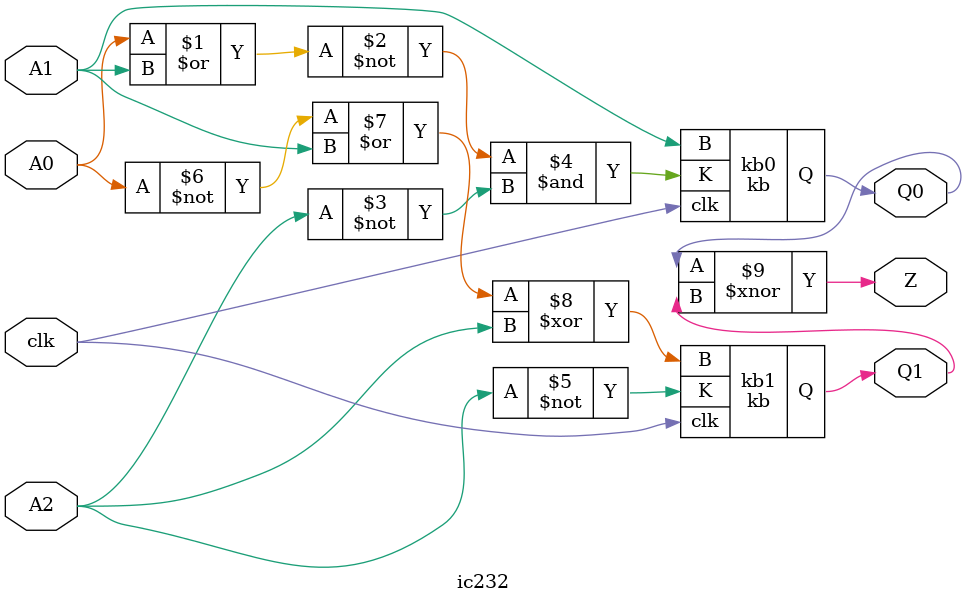
<source format=v>
`timescale 1ns / 1ps
module kb(
	input K,
	input B,
	input clk,
	output reg Q
	);
    
	initial begin
		Q = 0;
	end
	 
	always @ (posedge clk)
		if((K == 0) && (B == 0))
			Q <= ~Q;
		else if ((K == 0) && (B == 1))
			Q <= 0;
		else if ((K == 1) && (B == 0))
			Q <= 1;
		else
			Q <= Q;
		
		
endmodule


module ic232(
	input A0, 
	input A1, 
	input A2, 
	input clk,
	output Q0,
	output Q1,
	output Z
	);
	
	kb kb0 ( .K(~(A0 | A1) & (~A2)),
				.B(A1),
				.clk(clk),
				.Q(Q0));
	
	kb kb1 ( .K(~A2),
				.B((~A0|A1)^A2),
				.clk(clk),
				.Q(Q1));
				
	assign Z = Q0 ~^ Q1;
	
endmodule

</source>
